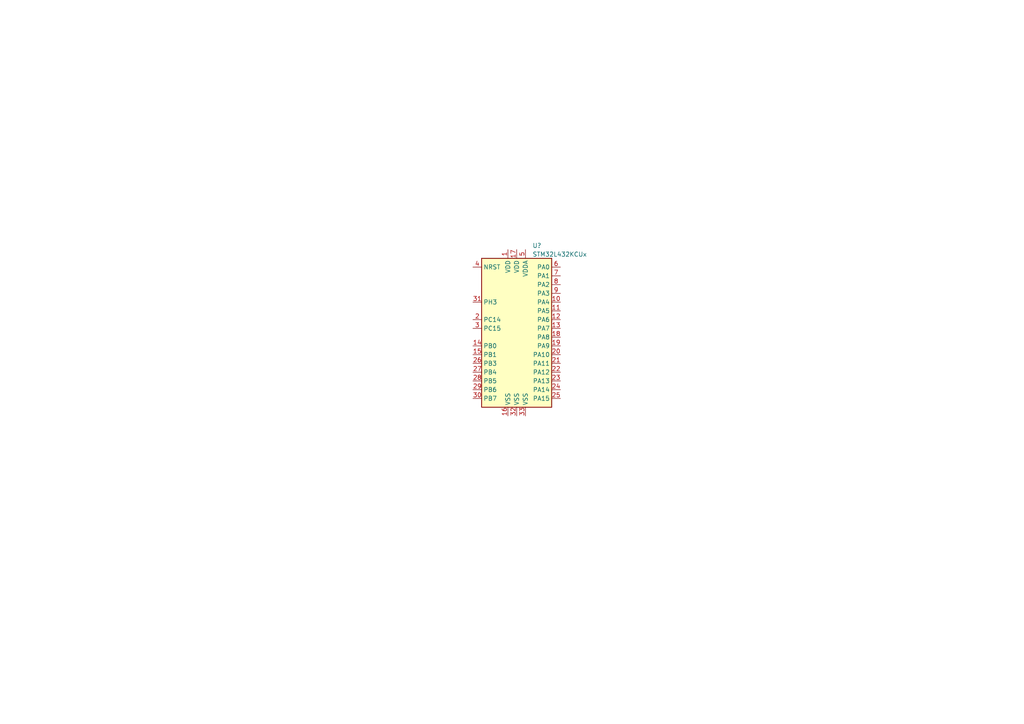
<source format=kicad_sch>
(kicad_sch (version 20211123) (generator eeschema)
  (paper "A4")
  (title_block (title "BUTCube - Sun sensor") (date "2022-06-16") (rev "v1.0") (company "VUT - FIT(STRaDe) & FME(IAE & IPE)") (comment 1 "Author: Petr Malaník"))
  (lib_symbols
    (symbol "MCU_ST_STM32L4:STM32L432KCUx"
      (property "Reference" "U" (at -10.16 21.59 0))
      (property "Value" "STM32L432KCUx" (at 5.08 21.59 0))
      (symbol "STM32L432KCUx_0_1"
        (rectangle (start -10.16 -22.86) (end 10.16 20.32) (stroke (width 0.254)) (fill (type background)))
      )
      (symbol "STM32L432KCUx_1_1"
        (pin power_in line (at -2.54 22.86 270) (length 2.54) (name "VDD") (number "1"))
        (pin bidirectional line (at 12.7 7.62 180) (length 2.54) (name "PA4") (number "10"))
        (pin bidirectional line (at 12.7 5.08 180) (length 2.54) (name "PA5") (number "11"))
        (pin bidirectional line (at 12.7 2.54 180) (length 2.54) (name "PA6") (number "12"))
        (pin bidirectional line (at 12.7 0 180) (length 2.54) (name "PA7") (number "13"))
        (pin bidirectional line (at -12.7 -5.08 0) (length 2.54) (name "PB0") (number "14"))
        (pin bidirectional line (at -12.7 -7.62 0) (length 2.54) (name "PB1") (number "15"))
        (pin power_in line (at -2.54 -25.4 90) (length 2.54) (name "VSS") (number "16"))
        (pin power_in line (at 0 22.86 270) (length 2.54) (name "VDD") (number "17"))
        (pin bidirectional line (at 12.7 -2.54 180) (length 2.54) (name "PA8") (number "18"))
        (pin bidirectional line (at 12.7 -5.08 180) (length 2.54) (name "PA9") (number "19"))
        (pin bidirectional line (at -12.7 2.54 0) (length 2.54) (name "PC14") (number "2"))
        (pin bidirectional line (at 12.7 -7.62 180) (length 2.54) (name "PA10") (number "20"))
        (pin bidirectional line (at 12.7 -10.16 180) (length 2.54) (name "PA11") (number "21"))
        (pin bidirectional line (at 12.7 -12.7 180) (length 2.54) (name "PA12") (number "22"))
        (pin bidirectional line (at 12.7 -15.24 180) (length 2.54) (name "PA13") (number "23"))
        (pin bidirectional line (at 12.7 -17.78 180) (length 2.54) (name "PA14") (number "24"))
        (pin bidirectional line (at 12.7 -20.32 180) (length 2.54) (name "PA15") (number "25"))
        (pin bidirectional line (at -12.7 -10.16 0) (length 2.54) (name "PB3") (number "26"))
        (pin bidirectional line (at -12.7 -12.7 0) (length 2.54) (name "PB4") (number "27"))
        (pin bidirectional line (at -12.7 -15.24 0) (length 2.54) (name "PB5") (number "28"))
        (pin bidirectional line (at -12.7 -17.78 0) (length 2.54) (name "PB6") (number "29"))
        (pin bidirectional line (at -12.7 0 0) (length 2.54) (name "PC15") (number "3"))
        (pin bidirectional line (at -12.7 -20.32 0) (length 2.54) (name "PB7") (number "30"))
        (pin bidirectional line (at -12.7 7.62 0) (length 2.54) (name "PH3") (number "31"))
        (pin power_in line (at 0 -25.4 90) (length 2.54) (name "VSS") (number "32"))
        (pin power_in line (at 2.54 -25.4 90) (length 2.54) (name "VSS") (number "33"))
        (pin input line (at -12.7 17.78 0) (length 2.54) (name "NRST") (number "4"))
        (pin power_in line (at 2.54 22.86 270) (length 2.54) (name "VDDA") (number "5"))
        (pin bidirectional line (at 12.7 17.78 180) (length 2.54) (name "PA0") (number "6"))
        (pin bidirectional line (at 12.7 15.24 180) (length 2.54) (name "PA1") (number "7"))
        (pin bidirectional line (at 12.7 12.7 180) (length 2.54) (name "PA2") (number "8"))
        (pin bidirectional line (at 12.7 10.16 180) (length 2.54) (name "PA3") (number "9"))
      )
    )
  )
  (symbol (lib_id "MCU_ST_STM32L4:STM32L432KCUx") (at 149.86 95.25 0) (unit 1)
    (property "Reference" "U?" (at 154.4194 71.2302 0) (effects (justify left)))
    (property "Value" "STM32L432KCUx" (at 154.4194 73.7671 0) (effects (justify left)))
    (property "Footprint" "Package_DFN_QFN:QFN-32-1EP_5x5mm_P0.5mm_EP3.45x3.45mm" (effects hide))
    (property "Datasheet" "http://www.st.com/st-web-ui/static/active/en/resource/technical/document/datasheet/DM00257205.pdf" (effects hide))
  )
)
</source>
